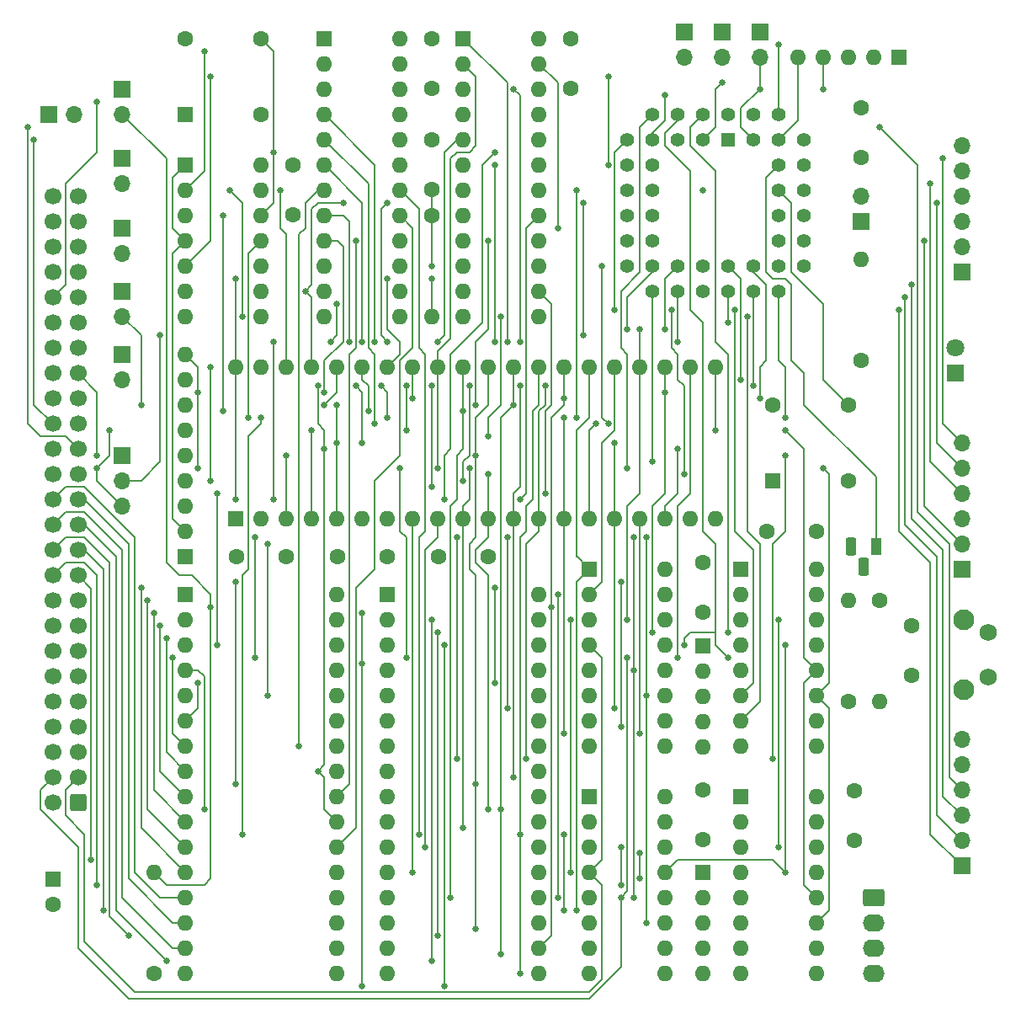
<source format=gtl>
G04 #@! TF.GenerationSoftware,KiCad,Pcbnew,6.0.4-6f826c9f35~116~ubuntu18.04.1*
G04 #@! TF.CreationDate,2023-06-15T13:07:36+01:00*
G04 #@! TF.ProjectId,sbc09,73626330-392e-46b6-9963-61645f706362,rev?*
G04 #@! TF.SameCoordinates,Original*
G04 #@! TF.FileFunction,Copper,L1,Top*
G04 #@! TF.FilePolarity,Positive*
%FSLAX46Y46*%
G04 Gerber Fmt 4.6, Leading zero omitted, Abs format (unit mm)*
G04 Created by KiCad (PCBNEW 6.0.4-6f826c9f35~116~ubuntu18.04.1) date 2023-06-15 13:07:36*
%MOMM*%
%LPD*%
G01*
G04 APERTURE LIST*
G04 Aperture macros list*
%AMRoundRect*
0 Rectangle with rounded corners*
0 $1 Rounding radius*
0 $2 $3 $4 $5 $6 $7 $8 $9 X,Y pos of 4 corners*
0 Add a 4 corners polygon primitive as box body*
4,1,4,$2,$3,$4,$5,$6,$7,$8,$9,$2,$3,0*
0 Add four circle primitives for the rounded corners*
1,1,$1+$1,$2,$3*
1,1,$1+$1,$4,$5*
1,1,$1+$1,$6,$7*
1,1,$1+$1,$8,$9*
0 Add four rect primitives between the rounded corners*
20,1,$1+$1,$2,$3,$4,$5,0*
20,1,$1+$1,$4,$5,$6,$7,0*
20,1,$1+$1,$6,$7,$8,$9,0*
20,1,$1+$1,$8,$9,$2,$3,0*%
G04 Aperture macros list end*
G04 #@! TA.AperFunction,ComponentPad*
%ADD10R,1.700000X1.700000*%
G04 #@! TD*
G04 #@! TA.AperFunction,ComponentPad*
%ADD11O,1.700000X1.700000*%
G04 #@! TD*
G04 #@! TA.AperFunction,ComponentPad*
%ADD12C,1.600000*%
G04 #@! TD*
G04 #@! TA.AperFunction,ComponentPad*
%ADD13O,1.600000X1.600000*%
G04 #@! TD*
G04 #@! TA.AperFunction,ComponentPad*
%ADD14R,1.600000X1.600000*%
G04 #@! TD*
G04 #@! TA.AperFunction,ComponentPad*
%ADD15RoundRect,0.250000X0.600000X0.600000X-0.600000X0.600000X-0.600000X-0.600000X0.600000X-0.600000X0*%
G04 #@! TD*
G04 #@! TA.AperFunction,ComponentPad*
%ADD16C,1.700000*%
G04 #@! TD*
G04 #@! TA.AperFunction,ComponentPad*
%ADD17RoundRect,0.250000X-0.845000X0.620000X-0.845000X-0.620000X0.845000X-0.620000X0.845000X0.620000X0*%
G04 #@! TD*
G04 #@! TA.AperFunction,ComponentPad*
%ADD18O,2.190000X1.740000*%
G04 #@! TD*
G04 #@! TA.AperFunction,ComponentPad*
%ADD19R,1.422400X1.422400*%
G04 #@! TD*
G04 #@! TA.AperFunction,ComponentPad*
%ADD20C,1.422400*%
G04 #@! TD*
G04 #@! TA.AperFunction,ComponentPad*
%ADD21R,1.800000X1.800000*%
G04 #@! TD*
G04 #@! TA.AperFunction,ComponentPad*
%ADD22C,1.800000*%
G04 #@! TD*
G04 #@! TA.AperFunction,ComponentPad*
%ADD23C,2.100000*%
G04 #@! TD*
G04 #@! TA.AperFunction,ComponentPad*
%ADD24C,1.750000*%
G04 #@! TD*
G04 #@! TA.AperFunction,ComponentPad*
%ADD25R,1.100000X1.800000*%
G04 #@! TD*
G04 #@! TA.AperFunction,ComponentPad*
%ADD26RoundRect,0.275000X0.275000X0.625000X-0.275000X0.625000X-0.275000X-0.625000X0.275000X-0.625000X0*%
G04 #@! TD*
G04 #@! TA.AperFunction,ViaPad*
%ADD27C,0.660400*%
G04 #@! TD*
G04 #@! TA.AperFunction,Conductor*
%ADD28C,0.203200*%
G04 #@! TD*
G04 APERTURE END LIST*
D10*
X107950000Y-53340000D03*
D11*
X107950000Y-55880000D03*
D10*
X100584000Y-55880000D03*
D11*
X103124000Y-55880000D03*
D12*
X182245000Y-80645000D03*
D13*
X182245000Y-70485000D03*
D14*
X154950008Y-101589992D03*
D13*
X154950008Y-104129992D03*
X154950008Y-106669992D03*
X154950008Y-109209992D03*
X154950008Y-111749992D03*
X154950008Y-114289992D03*
X154950008Y-116829992D03*
X154950008Y-119369992D03*
X162570008Y-119369992D03*
X162570008Y-116829992D03*
X162570008Y-114289992D03*
X162570008Y-111749992D03*
X162570008Y-109209992D03*
X162570008Y-106669992D03*
X162570008Y-104129992D03*
X162570008Y-101589992D03*
D12*
X139065000Y-48300000D03*
X139065000Y-53300000D03*
D10*
X107950000Y-67310000D03*
D11*
X107950000Y-69850000D03*
D15*
X103487500Y-125095000D03*
D16*
X100947500Y-125095000D03*
X103487500Y-122555000D03*
X100947500Y-122555000D03*
X103487500Y-120015000D03*
X100947500Y-120015000D03*
X103487500Y-117475000D03*
X100947500Y-117475000D03*
X103487500Y-114935000D03*
X100947500Y-114935000D03*
X103487500Y-112395000D03*
X100947500Y-112395000D03*
X103487500Y-109855000D03*
X100947500Y-109855000D03*
X103487500Y-107315000D03*
X100947500Y-107315000D03*
X103487500Y-104775000D03*
X100947500Y-104775000D03*
X103487500Y-102235000D03*
X100947500Y-102235000D03*
X103487500Y-99695000D03*
X100947500Y-99695000D03*
X103487500Y-97155000D03*
X100947500Y-97155000D03*
X103487500Y-94615000D03*
X100947500Y-94615000D03*
X103487500Y-92075000D03*
X100947500Y-92075000D03*
X103487500Y-89535000D03*
X100947500Y-89535000D03*
X103487500Y-86995000D03*
X100947500Y-86995000D03*
X103487500Y-84455000D03*
X100947500Y-84455000D03*
X103487500Y-81915000D03*
X100947500Y-81915000D03*
X103487500Y-79375000D03*
X100947500Y-79375000D03*
X103487500Y-76835000D03*
X100947500Y-76835000D03*
X103487500Y-74295000D03*
X100947500Y-74295000D03*
X103487500Y-71755000D03*
X100947500Y-71755000D03*
X103487500Y-69215000D03*
X100947500Y-69215000D03*
X103487500Y-66675000D03*
X100947500Y-66675000D03*
X103487500Y-64135000D03*
X100947500Y-64135000D03*
D12*
X144740000Y-100330000D03*
X139740000Y-100330000D03*
X180975000Y-114935000D03*
D13*
X180975000Y-104775000D03*
D10*
X107950000Y-73660000D03*
D11*
X107950000Y-76200000D03*
D10*
X172085000Y-47625000D03*
D11*
X172085000Y-50165000D03*
D17*
X183515000Y-134620000D03*
D18*
X183515000Y-137160000D03*
X183515000Y-139700000D03*
X183515000Y-142240000D03*
D14*
X166370000Y-132080000D03*
D13*
X166370000Y-134620000D03*
X166370000Y-137160000D03*
X166370000Y-139700000D03*
X166370000Y-142240000D03*
D14*
X114300000Y-60960000D03*
D13*
X114300000Y-63500000D03*
X114300000Y-66040000D03*
X114300000Y-68580000D03*
X114300000Y-71120000D03*
X114300000Y-73660000D03*
X114300000Y-76200000D03*
X121920000Y-76200000D03*
X121920000Y-73660000D03*
X121920000Y-71120000D03*
X121920000Y-68580000D03*
X121920000Y-66040000D03*
X121920000Y-63500000D03*
X121920000Y-60960000D03*
D14*
X119380000Y-96520000D03*
D13*
X121920000Y-96520000D03*
X124460000Y-96520000D03*
X127000000Y-96520000D03*
X129540000Y-96520000D03*
X132080000Y-96520000D03*
X134620000Y-96520000D03*
X137160000Y-96520000D03*
X139700000Y-96520000D03*
X142240000Y-96520000D03*
X144780000Y-96520000D03*
X147320000Y-96520000D03*
X149860000Y-96520000D03*
X152400000Y-96520000D03*
X154940000Y-96520000D03*
X157480000Y-96520000D03*
X160020000Y-96520000D03*
X162560000Y-96520000D03*
X165100000Y-96520000D03*
X167640000Y-96520000D03*
X167640000Y-81280000D03*
X165100000Y-81280000D03*
X162560000Y-81280000D03*
X160020000Y-81280000D03*
X157480000Y-81280000D03*
X154940000Y-81280000D03*
X152400000Y-81280000D03*
X149860000Y-81280000D03*
X147320000Y-81280000D03*
X144780000Y-81280000D03*
X142240000Y-81280000D03*
X139700000Y-81280000D03*
X137160000Y-81280000D03*
X134620000Y-81280000D03*
X132080000Y-81280000D03*
X129540000Y-81280000D03*
X127000000Y-81280000D03*
X124460000Y-81280000D03*
X121920000Y-81280000D03*
X119380000Y-81280000D03*
D14*
X128270000Y-48260000D03*
D13*
X128270000Y-50800000D03*
X128270000Y-53340000D03*
X128270000Y-55880000D03*
X128270000Y-58420000D03*
X128270000Y-60960000D03*
X128270000Y-63500000D03*
X128270000Y-66040000D03*
X128270000Y-68580000D03*
X128270000Y-71120000D03*
X128270000Y-73660000D03*
X128270000Y-76200000D03*
X135890000Y-76200000D03*
X135890000Y-73660000D03*
X135890000Y-71120000D03*
X135890000Y-68580000D03*
X135890000Y-66040000D03*
X135890000Y-63500000D03*
X135890000Y-60960000D03*
X135890000Y-58420000D03*
X135890000Y-55880000D03*
X135890000Y-53340000D03*
X135890000Y-50800000D03*
X135890000Y-48260000D03*
D12*
X153035000Y-48260000D03*
X153035000Y-53260000D03*
X187325000Y-107315000D03*
X187325000Y-112315000D03*
D19*
X168910000Y-58420000D03*
D20*
X166370000Y-55880000D03*
X166370000Y-58420000D03*
X163830000Y-55880000D03*
X163830000Y-58420000D03*
X161290000Y-55880000D03*
X158750000Y-58420000D03*
X161290000Y-58420000D03*
X158750000Y-60960000D03*
X161290000Y-60960000D03*
X158750000Y-63500000D03*
X161290000Y-63500000D03*
X158750000Y-66040000D03*
X161290000Y-66040000D03*
X158750000Y-68580000D03*
X161290000Y-68580000D03*
X158750000Y-71120000D03*
X161290000Y-73660000D03*
X161290000Y-71120000D03*
X163830000Y-73660000D03*
X163830000Y-71120000D03*
X166370000Y-73660000D03*
X166370000Y-71120000D03*
X168910000Y-73660000D03*
X168910000Y-71120000D03*
X171450000Y-73660000D03*
X171450000Y-71120000D03*
X173990000Y-73660000D03*
X176530000Y-71120000D03*
X173990000Y-71120000D03*
X176530000Y-68580000D03*
X173990000Y-68580000D03*
X176530000Y-66040000D03*
X173990000Y-66040000D03*
X176530000Y-63500000D03*
X173990000Y-63500000D03*
X176530000Y-60960000D03*
X173990000Y-60960000D03*
X176530000Y-58420000D03*
X173990000Y-55880000D03*
X173990000Y-58420000D03*
X171450000Y-55880000D03*
X171450000Y-58420000D03*
X168910000Y-55880000D03*
D10*
X192405000Y-101600000D03*
D11*
X192405000Y-99060000D03*
X192405000Y-96520000D03*
X192405000Y-93980000D03*
X192405000Y-91440000D03*
X192405000Y-88900000D03*
D10*
X107950000Y-60325000D03*
D11*
X107950000Y-62865000D03*
D14*
X114300000Y-100330000D03*
D13*
X114300000Y-97790000D03*
X114300000Y-95250000D03*
X114300000Y-92710000D03*
X114300000Y-90170000D03*
X114300000Y-87630000D03*
X114300000Y-85090000D03*
X114300000Y-82550000D03*
X114300000Y-80010000D03*
D14*
X114300000Y-55880000D03*
D12*
X121920000Y-55880000D03*
X121920000Y-48260000D03*
X114300000Y-48260000D03*
X111125000Y-142240000D03*
D13*
X111125000Y-132080000D03*
D21*
X191770000Y-81890000D03*
D22*
X191770000Y-79350000D03*
D12*
X182245000Y-55245000D03*
X182245000Y-60245000D03*
D23*
X192582000Y-106700000D03*
X192582000Y-113710000D03*
D24*
X195072000Y-107950000D03*
X195072000Y-112450000D03*
D10*
X107950000Y-80010000D03*
D11*
X107950000Y-82550000D03*
D14*
X186075000Y-50165000D03*
D13*
X183535000Y-50165000D03*
X180995000Y-50165000D03*
X178455000Y-50165000D03*
X175915000Y-50165000D03*
D12*
X177760000Y-97790000D03*
X172760000Y-97790000D03*
D14*
X166370000Y-109300000D03*
D13*
X166370000Y-111840000D03*
X166370000Y-114380000D03*
X166370000Y-116920000D03*
X166370000Y-119460000D03*
D14*
X154950008Y-124479990D03*
D13*
X154950008Y-127019990D03*
X154950008Y-129559990D03*
X154950008Y-132099990D03*
X154950008Y-134639990D03*
X154950008Y-137179990D03*
X154950008Y-139719990D03*
X154950008Y-142259990D03*
X162570008Y-142259990D03*
X162570008Y-139719990D03*
X162570008Y-137179990D03*
X162570008Y-134639990D03*
X162570008Y-132099990D03*
X162570008Y-129559990D03*
X162570008Y-127019990D03*
X162570008Y-124479990D03*
D14*
X170180000Y-124460000D03*
D13*
X170180000Y-127000000D03*
X170180000Y-129540000D03*
X170180000Y-132080000D03*
X170180000Y-134620000D03*
X170180000Y-137160000D03*
X170180000Y-139700000D03*
X170180000Y-142240000D03*
X177800000Y-142240000D03*
X177800000Y-139700000D03*
X177800000Y-137160000D03*
X177800000Y-134620000D03*
X177800000Y-132080000D03*
X177800000Y-129540000D03*
X177800000Y-127000000D03*
X177800000Y-124460000D03*
D12*
X134580000Y-100330000D03*
X129580000Y-100330000D03*
D10*
X107950000Y-90170000D03*
D11*
X107950000Y-92710000D03*
X107950000Y-95250000D03*
D25*
X183769000Y-99295000D03*
D26*
X182499000Y-101365000D03*
X181229000Y-99295000D03*
D10*
X192405000Y-131445000D03*
D11*
X192405000Y-128905000D03*
X192405000Y-126365000D03*
X192405000Y-123825000D03*
X192405000Y-121285000D03*
X192405000Y-118745000D03*
D12*
X125095000Y-61000000D03*
X125095000Y-66000000D03*
X184150000Y-104775000D03*
D13*
X184150000Y-114935000D03*
D12*
X181610000Y-123905000D03*
X181610000Y-128905000D03*
X166370000Y-123825000D03*
X166370000Y-128825000D03*
X166370000Y-100965000D03*
X166370000Y-105965000D03*
D14*
X100965000Y-132779888D03*
D12*
X100965000Y-135279888D03*
D14*
X142240000Y-48260000D03*
D13*
X142240000Y-50800000D03*
X142240000Y-53340000D03*
X142240000Y-55880000D03*
X142240000Y-58420000D03*
X142240000Y-60960000D03*
X142240000Y-63500000D03*
X142240000Y-66040000D03*
X142240000Y-68580000D03*
X142240000Y-71120000D03*
X142240000Y-73660000D03*
X142240000Y-76200000D03*
X149860000Y-76200000D03*
X149860000Y-73660000D03*
X149860000Y-71120000D03*
X149860000Y-68580000D03*
X149860000Y-66040000D03*
X149860000Y-63500000D03*
X149860000Y-60960000D03*
X149860000Y-58420000D03*
X149860000Y-55880000D03*
X149860000Y-53340000D03*
X149860000Y-50800000D03*
X149860000Y-48260000D03*
D12*
X124420000Y-100330000D03*
X119420000Y-100330000D03*
D10*
X168275000Y-47625000D03*
D11*
X168275000Y-50165000D03*
D14*
X173355000Y-92710000D03*
D12*
X180975000Y-92710000D03*
X180975000Y-85090000D03*
X173355000Y-85090000D03*
D14*
X134620000Y-104140000D03*
D13*
X134620000Y-106680000D03*
X134620000Y-109220000D03*
X134620000Y-111760000D03*
X134620000Y-114300000D03*
X134620000Y-116840000D03*
X134620000Y-119380000D03*
X134620000Y-121920000D03*
X134620000Y-124460000D03*
X134620000Y-127000000D03*
X134620000Y-129540000D03*
X134620000Y-132080000D03*
X134620000Y-134620000D03*
X134620000Y-137160000D03*
X134620000Y-139700000D03*
X134620000Y-142240000D03*
X149860000Y-142240000D03*
X149860000Y-139700000D03*
X149860000Y-137160000D03*
X149860000Y-134620000D03*
X149860000Y-132080000D03*
X149860000Y-129540000D03*
X149860000Y-127000000D03*
X149860000Y-124460000D03*
X149860000Y-121920000D03*
X149860000Y-119380000D03*
X149860000Y-116840000D03*
X149860000Y-114300000D03*
X149860000Y-111760000D03*
X149860000Y-109220000D03*
X149860000Y-106680000D03*
X149860000Y-104140000D03*
D10*
X164465000Y-47625000D03*
D11*
X164465000Y-50165000D03*
D12*
X139065000Y-63420000D03*
X139065000Y-58420000D03*
D14*
X170169992Y-101589992D03*
D13*
X170169992Y-104129992D03*
X170169992Y-106669992D03*
X170169992Y-109209992D03*
X170169992Y-111749992D03*
X170169992Y-114289992D03*
X170169992Y-116829992D03*
X170169992Y-119369992D03*
X177789992Y-119369992D03*
X177789992Y-116829992D03*
X177789992Y-114289992D03*
X177789992Y-111749992D03*
X177789992Y-109209992D03*
X177789992Y-106669992D03*
X177789992Y-104129992D03*
X177789992Y-101589992D03*
D14*
X114300000Y-104140000D03*
D13*
X114300000Y-106680000D03*
X114300000Y-109220000D03*
X114300000Y-111760000D03*
X114300000Y-114300000D03*
X114300000Y-116840000D03*
X114300000Y-119380000D03*
X114300000Y-121920000D03*
X114300000Y-124460000D03*
X114300000Y-127000000D03*
X114300000Y-129540000D03*
X114300000Y-132080000D03*
X114300000Y-134620000D03*
X114300000Y-137160000D03*
X114300000Y-139700000D03*
X114300000Y-142240000D03*
X129540000Y-142240000D03*
X129540000Y-139700000D03*
X129540000Y-137160000D03*
X129540000Y-134620000D03*
X129540000Y-132080000D03*
X129540000Y-129540000D03*
X129540000Y-127000000D03*
X129540000Y-124460000D03*
X129540000Y-121920000D03*
X129540000Y-119380000D03*
X129540000Y-116840000D03*
X129540000Y-114300000D03*
X129540000Y-111760000D03*
X129540000Y-109220000D03*
X129540000Y-106680000D03*
X129540000Y-104140000D03*
D12*
X139065000Y-66040000D03*
D13*
X139065000Y-76200000D03*
D10*
X192450000Y-71730000D03*
D11*
X192450000Y-69190000D03*
X192450000Y-66650000D03*
X192450000Y-64110000D03*
X192450000Y-61570000D03*
X192450000Y-59030000D03*
D10*
X182245000Y-66680000D03*
D11*
X182245000Y-64140000D03*
D27*
X166370000Y-63500000D03*
X132080000Y-88900000D03*
X157480000Y-115570000D03*
X132080000Y-78740000D03*
X131445000Y-83185000D03*
X157480000Y-88900000D03*
X162560000Y-53975000D03*
X188595000Y-68580000D03*
X189230000Y-62840000D03*
X189865000Y-64770000D03*
X190500000Y-60300000D03*
X184150000Y-57125000D03*
X187325000Y-73000000D03*
X186690000Y-74270000D03*
X186055000Y-75540000D03*
X120650000Y-86360000D03*
X117475000Y-109220000D03*
X117475000Y-93980000D03*
X140335000Y-143510000D03*
X140335000Y-109220000D03*
X123190000Y-59690000D03*
X127000000Y-87630000D03*
X106680000Y-87630000D03*
X105410000Y-91440000D03*
X129540000Y-88900000D03*
X144780000Y-68580000D03*
X143510000Y-85090000D03*
X129540000Y-85090000D03*
X118110000Y-85725000D03*
X132715000Y-85725000D03*
X118110000Y-66040000D03*
X99060000Y-58420000D03*
X115570000Y-91440000D03*
X115570000Y-83820000D03*
X156845000Y-52070000D03*
X156845000Y-60960000D03*
X135890000Y-91440000D03*
X136525000Y-110490000D03*
X139700000Y-91440000D03*
X124460000Y-90170000D03*
X105410000Y-90170000D03*
X116840000Y-92710000D03*
X116840000Y-81280000D03*
X123190000Y-94615000D03*
X128905000Y-78740000D03*
X123190000Y-78740000D03*
X129540000Y-74930000D03*
X130175000Y-64770000D03*
X126365000Y-73660000D03*
X119380000Y-72390000D03*
X119380000Y-94615000D03*
X139065000Y-72390000D03*
X134620000Y-72390000D03*
X173990000Y-48895000D03*
X168275000Y-52705000D03*
X172085000Y-53340000D03*
X178435000Y-53340000D03*
X137160000Y-84455000D03*
X128270000Y-85090000D03*
X109855000Y-85090000D03*
X123825000Y-63500000D03*
X139700000Y-138430000D03*
X139700000Y-107950000D03*
X105410000Y-54610000D03*
X132080000Y-143510000D03*
X121285000Y-98425000D03*
X132080000Y-106045000D03*
X132080000Y-111125000D03*
X121285000Y-110490000D03*
X98425000Y-57150000D03*
X169545000Y-75565000D03*
X170815000Y-76200000D03*
X144780000Y-88265000D03*
X146050000Y-76200000D03*
X173355000Y-120650000D03*
X174625000Y-90170000D03*
X158115000Y-102870000D03*
X158115000Y-117475000D03*
X139065000Y-140970000D03*
X139065000Y-106680000D03*
X146685000Y-78740000D03*
X112395000Y-108585000D03*
X147955000Y-83185000D03*
X147320000Y-122555000D03*
X147955000Y-78740000D03*
X150495000Y-83185000D03*
X148590000Y-120650000D03*
X147320000Y-53340000D03*
X113030000Y-110490000D03*
X167640000Y-87630000D03*
X134620000Y-64770000D03*
X136525000Y-87630000D03*
X136525000Y-83185000D03*
X120015000Y-128270000D03*
X134620000Y-78740000D03*
X121920000Y-86360000D03*
X122555000Y-99060000D03*
X122555000Y-114300000D03*
X151765000Y-67310000D03*
X153670000Y-63500000D03*
X153670000Y-86360000D03*
X174625000Y-87630000D03*
X147955000Y-94615000D03*
X159385000Y-111760000D03*
X159385000Y-134620000D03*
X159385000Y-98425000D03*
X131445000Y-68580000D03*
X168910000Y-76835000D03*
X111760000Y-78105000D03*
X116840000Y-52070000D03*
X116205000Y-49530000D03*
X133985000Y-83185000D03*
X133350000Y-78740000D03*
X152400000Y-118110000D03*
X152400000Y-86360000D03*
X134620000Y-86360000D03*
X115570000Y-113030000D03*
X146685000Y-98425000D03*
X146685000Y-115570000D03*
X133350000Y-86995000D03*
X155575000Y-86995000D03*
X160020000Y-118110000D03*
X125730000Y-119380000D03*
X127635000Y-121920000D03*
X128270000Y-89535000D03*
X130810000Y-78740000D03*
X127635000Y-83185000D03*
X163830000Y-89535000D03*
X139065000Y-93345000D03*
X119380000Y-102870000D03*
X139700000Y-78740000D03*
X139065000Y-83185000D03*
X119380000Y-123190000D03*
X145415000Y-60960000D03*
X142875000Y-83185000D03*
X116205000Y-125730000D03*
X145415000Y-103505000D03*
X142240000Y-92710000D03*
X145415000Y-78740000D03*
X145415000Y-113030000D03*
X154305000Y-78105000D03*
X154305000Y-64770000D03*
X158115000Y-134620000D03*
X158750000Y-110490000D03*
X163830000Y-110490000D03*
X162560000Y-83820000D03*
X161290000Y-107950000D03*
X128270000Y-83820000D03*
X156845000Y-86995000D03*
X178435000Y-91440000D03*
X156210000Y-71120000D03*
X160655000Y-98425000D03*
X160655000Y-114300000D03*
X150495000Y-93980000D03*
X160655000Y-137160000D03*
X137795000Y-128270000D03*
X168910000Y-107950000D03*
X158115000Y-133350000D03*
X158115000Y-129540000D03*
X173990000Y-129540000D03*
X173990000Y-106680000D03*
X109855000Y-103505000D03*
X137160000Y-132080000D03*
X160020000Y-132715000D03*
X168910000Y-110490000D03*
X174625000Y-132080000D03*
X138430000Y-129540000D03*
X160020000Y-130175000D03*
X164465000Y-109220000D03*
X174625000Y-109220000D03*
X110490000Y-104775000D03*
X158750000Y-91440000D03*
X142240000Y-127635000D03*
X142875000Y-91440000D03*
X111125000Y-106045000D03*
X164465000Y-92075000D03*
X163195000Y-75565000D03*
X157480000Y-75565000D03*
X144780000Y-125730000D03*
X144780000Y-92075000D03*
X111760000Y-107315000D03*
X153035000Y-106680000D03*
X153035000Y-132080000D03*
X104775000Y-130810000D03*
X158750000Y-106680000D03*
X160020000Y-77470000D03*
X162560000Y-77470000D03*
X151765000Y-134620000D03*
X170180000Y-82550000D03*
X105410000Y-133350000D03*
X151765000Y-104140000D03*
X153670000Y-135890000D03*
X163830000Y-78740000D03*
X106045000Y-135890000D03*
X152400000Y-84455000D03*
X171450000Y-83185000D03*
X108585000Y-138430000D03*
X151130000Y-105410000D03*
X112395000Y-140970000D03*
X158750000Y-77470000D03*
X147955000Y-142240000D03*
X147955000Y-128270000D03*
X146050000Y-140335000D03*
X146050000Y-125730000D03*
X172085000Y-84455000D03*
X147320000Y-85090000D03*
X143510000Y-90170000D03*
X143510000Y-137795000D03*
X143510000Y-123190000D03*
X161290000Y-90805000D03*
X152400000Y-135890000D03*
X174625000Y-86360000D03*
X152400000Y-128270000D03*
X140970000Y-134620000D03*
X142240000Y-85725000D03*
X145415000Y-59690000D03*
X141605000Y-98425000D03*
X141605000Y-120650000D03*
X140335000Y-94615000D03*
X120015000Y-76200000D03*
X118745000Y-63500000D03*
X116840000Y-105410000D03*
X139065000Y-71120000D03*
D28*
X131445000Y-83185000D02*
X132080000Y-83820000D01*
X132080000Y-83820000D02*
X132080000Y-88900000D01*
X157480000Y-88900000D02*
X157480000Y-96520000D01*
X157480000Y-96520000D02*
X157480000Y-115570000D01*
X132080000Y-64770000D02*
X128310000Y-61000000D01*
X132080000Y-78740000D02*
X132080000Y-64770000D01*
X162560000Y-53975000D02*
X162560000Y-56515000D01*
X161290000Y-57785000D02*
X162560000Y-56515000D01*
X161290000Y-58420000D02*
X161290000Y-57785000D01*
X188595000Y-68580000D02*
X188595000Y-95250000D01*
X188595000Y-95250000D02*
X192405000Y-99060000D01*
X189230000Y-90805000D02*
X189230000Y-62840000D01*
X192405000Y-93980000D02*
X189230000Y-90805000D01*
X189865000Y-88900000D02*
X192405000Y-91440000D01*
X189865000Y-64770000D02*
X189865000Y-88900000D01*
X190500000Y-86995000D02*
X192405000Y-88900000D01*
X190500000Y-60300000D02*
X190500000Y-86995000D01*
X184150000Y-57125000D02*
X187960000Y-60935000D01*
X191135000Y-122555000D02*
X192405000Y-123825000D01*
X191135000Y-99060000D02*
X191135000Y-122555000D01*
X187960000Y-60960000D02*
X187960000Y-95885000D01*
X187960000Y-95885000D02*
X191135000Y-99060000D01*
X187325000Y-96520000D02*
X190500000Y-99695000D01*
X187325000Y-73000000D02*
X187325000Y-96520000D01*
X190500000Y-124460000D02*
X192405000Y-126365000D01*
X190500000Y-99695000D02*
X190500000Y-124460000D01*
X186690000Y-97155000D02*
X189865000Y-100330000D01*
X189865000Y-126365000D02*
X192405000Y-128905000D01*
X189865000Y-100330000D02*
X189865000Y-126365000D01*
X186690000Y-74270000D02*
X186690000Y-97155000D01*
X189230000Y-128270000D02*
X192405000Y-131445000D01*
X186055000Y-97790000D02*
X189230000Y-100965000D01*
X189230000Y-100965000D02*
X189230000Y-128270000D01*
X186055000Y-75540000D02*
X186055000Y-97790000D01*
X120650000Y-86360000D02*
X120650000Y-69860000D01*
X120650000Y-69860000D02*
X121930000Y-68580000D01*
X140335000Y-143510000D02*
X140335000Y-109220000D01*
X117475000Y-109220000D02*
X117475000Y-93980000D01*
X123190000Y-49530000D02*
X121920000Y-48260000D01*
X123190000Y-59690000D02*
X123190000Y-64780000D01*
X123190000Y-49530000D02*
X123190000Y-59690000D01*
X123190000Y-64780000D02*
X121930000Y-66040000D01*
X137160000Y-79375000D02*
X137160000Y-67310000D01*
X129540000Y-129540000D02*
X131445000Y-127635000D01*
X135890000Y-90170000D02*
X135890000Y-80645000D01*
X131445000Y-103505000D02*
X133350000Y-101600000D01*
X137160000Y-67310000D02*
X135930000Y-66080000D01*
X133350000Y-92710000D02*
X135890000Y-90170000D01*
X133350000Y-101600000D02*
X133350000Y-92710000D01*
X131445000Y-127635000D02*
X131445000Y-103505000D01*
X135890000Y-80645000D02*
X137160000Y-79375000D01*
X105410000Y-91440000D02*
X105410000Y-92710000D01*
X105410000Y-92710000D02*
X107950000Y-95250000D01*
X106680000Y-90170000D02*
X106680000Y-87630000D01*
X127000000Y-87630000D02*
X127000000Y-96520000D01*
X105410000Y-91440000D02*
X106680000Y-90170000D01*
X129540000Y-96520000D02*
X129540000Y-88900000D01*
X143510000Y-78740000D02*
X143510000Y-85090000D01*
X144780000Y-68580000D02*
X144780000Y-77470000D01*
X144780000Y-77470000D02*
X143510000Y-78740000D01*
X129540000Y-85090000D02*
X129540000Y-88900000D01*
X118110000Y-85725000D02*
X118110000Y-66040000D01*
X132080000Y-82550000D02*
X132080000Y-81915000D01*
X132715000Y-85725000D02*
X132715000Y-83185000D01*
X132715000Y-83185000D02*
X132080000Y-82550000D01*
X99060000Y-58420000D02*
X99060000Y-85107500D01*
X99060000Y-85107500D02*
X100947500Y-86995000D01*
X142240000Y-50800000D02*
X143510000Y-52070000D01*
X141605000Y-59690000D02*
X140970000Y-60325000D01*
X139700000Y-79692500D02*
X140970000Y-78422500D01*
X115570000Y-83820000D02*
X115570000Y-81280000D01*
X115570000Y-91440000D02*
X115570000Y-83820000D01*
X143510000Y-52070000D02*
X143510000Y-59055000D01*
X143510000Y-59055000D02*
X142875000Y-59690000D01*
X135890000Y-97790000D02*
X135890000Y-91440000D01*
X142875000Y-59690000D02*
X141605000Y-59690000D01*
X136525000Y-110490000D02*
X136525000Y-98425000D01*
X136525000Y-98425000D02*
X135890000Y-97790000D01*
X156845000Y-60960000D02*
X156845000Y-52070000D01*
X139700000Y-91440000D02*
X139700000Y-81280000D01*
X140970000Y-78422500D02*
X140970000Y-60325000D01*
X115570000Y-81280000D02*
X114300000Y-80010000D01*
X139700000Y-81280000D02*
X139700000Y-79692500D01*
X103487500Y-81915000D02*
X105410000Y-83837500D01*
X105410000Y-83837500D02*
X105410000Y-90170000D01*
X124460000Y-90170000D02*
X124460000Y-96520000D01*
X116840000Y-92710000D02*
X116840000Y-81280000D01*
X123190000Y-94615000D02*
X123190000Y-78740000D01*
X128905000Y-78740000D02*
X129540000Y-78105000D01*
X129540000Y-78105000D02*
X129540000Y-74930000D01*
X130175000Y-64770000D02*
X127635000Y-64770000D01*
X127000000Y-74295000D02*
X127000000Y-81280000D01*
X173990000Y-60960000D02*
X172720000Y-62230000D01*
X173355000Y-72390000D02*
X174625000Y-72390000D01*
X172720000Y-71755000D02*
X173355000Y-72390000D01*
X126365000Y-73660000D02*
X127000000Y-74295000D01*
X172720000Y-62230000D02*
X172720000Y-71755000D01*
X175260000Y-73025000D02*
X175260000Y-80645000D01*
X183769000Y-92329000D02*
X183769000Y-99695000D01*
X174625000Y-72390000D02*
X175260000Y-73025000D01*
X175260000Y-80645000D02*
X176530000Y-81915000D01*
X127000000Y-65405000D02*
X127000000Y-73025000D01*
X127000000Y-73025000D02*
X126365000Y-73660000D01*
X176530000Y-81915000D02*
X176530000Y-85090000D01*
X127635000Y-64770000D02*
X127000000Y-65405000D01*
X176530000Y-85090000D02*
X183769000Y-92329000D01*
X119380000Y-81280000D02*
X119380000Y-72390000D01*
X119380000Y-94615000D02*
X119380000Y-81280000D01*
X135890000Y-78740000D02*
X135890000Y-80010000D01*
X134620000Y-72390000D02*
X134620000Y-77470000D01*
X139065000Y-72390000D02*
X139065000Y-76200000D01*
X134620000Y-77470000D02*
X135890000Y-78740000D01*
X135890000Y-80010000D02*
X134620000Y-81280000D01*
X173990000Y-55880000D02*
X173990000Y-48895000D01*
X166370000Y-58420000D02*
X167640000Y-57150000D01*
X167640000Y-57150000D02*
X167640000Y-53340000D01*
X167640000Y-53340000D02*
X168275000Y-52705000D01*
X171450000Y-58420000D02*
X170180000Y-57150000D01*
X170180000Y-55245000D02*
X172085000Y-53340000D01*
X172085000Y-50165000D02*
X172085000Y-53340000D01*
X170180000Y-57150000D02*
X170180000Y-55245000D01*
X178435000Y-53340000D02*
X178435000Y-50185000D01*
X137160000Y-81280000D02*
X137160000Y-84455000D01*
X109855000Y-78105000D02*
X107950000Y-76200000D01*
X128270000Y-85090000D02*
X129540000Y-83820000D01*
X129540000Y-83820000D02*
X129540000Y-81280000D01*
X109855000Y-85090000D02*
X109855000Y-78105000D01*
X123825000Y-67310000D02*
X124460000Y-67945000D01*
X124460000Y-67945000D02*
X124460000Y-81280000D01*
X123825000Y-63500000D02*
X123825000Y-67310000D01*
X139700000Y-138430000D02*
X139700000Y-107950000D01*
X102235000Y-62865000D02*
X105410000Y-59690000D01*
X121285000Y-98425000D02*
X121285000Y-110490000D01*
X105410000Y-59690000D02*
X105410000Y-54610000D01*
X102235000Y-73025000D02*
X102235000Y-62865000D01*
X132080000Y-143510000D02*
X132080000Y-111125000D01*
X132080000Y-111125000D02*
X132080000Y-106045000D01*
X100965000Y-74295000D02*
X102235000Y-73025000D01*
X102217500Y-88265000D02*
X103487500Y-89535000D01*
X98425000Y-86995000D02*
X99695000Y-88265000D01*
X99695000Y-88265000D02*
X102217500Y-88265000D01*
X98425000Y-57150000D02*
X98425000Y-86995000D01*
X113030000Y-96520000D02*
X113030000Y-69860000D01*
X114300000Y-97790000D02*
X113030000Y-96520000D01*
X113030000Y-69860000D02*
X114310000Y-68580000D01*
X113030000Y-67300000D02*
X114310000Y-68580000D01*
X114300000Y-60960000D02*
X113030000Y-62230000D01*
X113030000Y-62230000D02*
X113030000Y-67300000D01*
X169545000Y-75565000D02*
X169545000Y-97790000D01*
X169545000Y-97790000D02*
X171450000Y-99695000D01*
X171450000Y-113030000D02*
X170190000Y-114290000D01*
X171450000Y-99695000D02*
X171450000Y-113030000D01*
X170815000Y-97790000D02*
X172085000Y-99060000D01*
X172085000Y-114935000D02*
X172065000Y-114935000D01*
X170815000Y-76200000D02*
X170815000Y-97790000D01*
X172085000Y-99060000D02*
X172085000Y-114935000D01*
X172065000Y-114935000D02*
X170170000Y-116830000D01*
X146050000Y-76200000D02*
X146050000Y-85090000D01*
X144780000Y-86360000D02*
X144780000Y-88265000D01*
X174625000Y-97790000D02*
X173355000Y-99060000D01*
X173355000Y-99060000D02*
X173355000Y-120650000D01*
X174625000Y-90170000D02*
X174625000Y-97790000D01*
X146050000Y-85090000D02*
X144780000Y-86360000D01*
X158115000Y-117475000D02*
X158115000Y-102870000D01*
X139065000Y-140970000D02*
X139065000Y-106680000D01*
X146685000Y-52705000D02*
X142240000Y-48260000D01*
X147955000Y-83185000D02*
X147955000Y-93345000D01*
X147955000Y-93345000D02*
X147320000Y-93980000D01*
X112395000Y-108585000D02*
X112395000Y-120015000D01*
X147320000Y-96520000D02*
X147320000Y-122555000D01*
X146685000Y-78740000D02*
X146685000Y-52705000D01*
X112395000Y-120015000D02*
X114300000Y-121920000D01*
X147320000Y-93980000D02*
X147320000Y-96520000D01*
X149860000Y-96520000D02*
X149860000Y-85725000D01*
X113030000Y-118110000D02*
X114300000Y-119380000D01*
X148590000Y-99060000D02*
X148590000Y-120650000D01*
X113030000Y-110490000D02*
X113030000Y-118110000D01*
X150495000Y-85090000D02*
X150495000Y-83185000D01*
X149860000Y-96520000D02*
X149860000Y-97790000D01*
X149860000Y-97790000D02*
X148590000Y-99060000D01*
X147955000Y-53975000D02*
X147955000Y-78740000D01*
X147320000Y-53340000D02*
X147955000Y-53975000D01*
X149860000Y-85725000D02*
X150495000Y-85090000D01*
X133985000Y-78105000D02*
X133985000Y-65405000D01*
X121920000Y-86995000D02*
X120650000Y-88265000D01*
X120015000Y-128270000D02*
X120015000Y-102235000D01*
X120650000Y-101600000D02*
X120650000Y-88265000D01*
X121920000Y-86360000D02*
X121920000Y-86995000D01*
X136525000Y-83185000D02*
X136525000Y-87630000D01*
X134620000Y-78740000D02*
X133985000Y-78105000D01*
X167640000Y-81280000D02*
X167640000Y-87630000D01*
X133985000Y-65405000D02*
X134620000Y-64770000D01*
X120015000Y-102235000D02*
X120650000Y-101600000D01*
X149860000Y-50800000D02*
X151765000Y-52705000D01*
X151765000Y-52705000D02*
X151765000Y-67310000D01*
X122555000Y-99060000D02*
X122555000Y-114300000D01*
X176530000Y-89535000D02*
X176530000Y-110490000D01*
X176530000Y-110490000D02*
X177790000Y-111750000D01*
X176530000Y-133350000D02*
X177800000Y-134620000D01*
X153670000Y-86360000D02*
X153670000Y-63500000D01*
X174625000Y-87630000D02*
X176530000Y-89535000D01*
X176530000Y-113010000D02*
X176530000Y-133350000D01*
X177790000Y-111750000D02*
X176530000Y-113010000D01*
X159385000Y-134620000D02*
X159385000Y-111760000D01*
X148590000Y-93980000D02*
X148590000Y-67310000D01*
X148590000Y-67310000D02*
X149860000Y-66040000D01*
X147955000Y-94615000D02*
X148590000Y-93980000D01*
X159385000Y-111760000D02*
X159385000Y-98425000D01*
X131445000Y-79375000D02*
X130810000Y-80010000D01*
X130810000Y-123190000D02*
X129540000Y-124460000D01*
X130810000Y-80010000D02*
X130810000Y-123190000D01*
X131445000Y-68580000D02*
X131445000Y-79375000D01*
X107950000Y-92710000D02*
X109855000Y-92710000D01*
X109855000Y-92710000D02*
X111760000Y-90805000D01*
X111760000Y-78105000D02*
X111760000Y-90805000D01*
X168910000Y-73660000D02*
X168910000Y-76835000D01*
X116840000Y-68590000D02*
X114310000Y-71120000D01*
X116840000Y-52070000D02*
X116840000Y-68590000D01*
X116205000Y-61605000D02*
X114310000Y-63500000D01*
X116205000Y-49530000D02*
X116205000Y-61605000D01*
X152400000Y-86360000D02*
X152400000Y-96520000D01*
X134620000Y-86360000D02*
X134620000Y-83820000D01*
X152400000Y-118110000D02*
X152400000Y-96520000D01*
X134620000Y-83820000D02*
X133985000Y-83185000D01*
X133350000Y-60960000D02*
X128310000Y-55920000D01*
X115570000Y-115570000D02*
X114300000Y-116840000D01*
X133350000Y-78740000D02*
X133350000Y-60960000D01*
X115570000Y-113030000D02*
X115570000Y-115570000D01*
X154940000Y-87630000D02*
X154940000Y-96520000D01*
X132715000Y-62865000D02*
X128270000Y-58420000D01*
X133350000Y-80010000D02*
X132715000Y-79375000D01*
X132715000Y-79375000D02*
X132715000Y-62865000D01*
X155575000Y-86995000D02*
X154940000Y-87630000D01*
X133350000Y-86995000D02*
X133350000Y-80010000D01*
X146685000Y-115570000D02*
X146685000Y-98425000D01*
X160020000Y-96520000D02*
X160020000Y-118110000D01*
X126365000Y-64770000D02*
X126365000Y-67310000D01*
X127635000Y-63500000D02*
X126365000Y-64770000D01*
X126365000Y-67310000D02*
X125730000Y-67945000D01*
X125730000Y-67945000D02*
X125730000Y-119380000D01*
X127635000Y-83185000D02*
X127635000Y-86995000D01*
X128270000Y-87630000D02*
X128270000Y-89535000D01*
X130810000Y-66675000D02*
X130175000Y-66040000D01*
X163830000Y-89535000D02*
X163830000Y-93980000D01*
X130135000Y-66080000D02*
X128270000Y-66080000D01*
X128270000Y-122555000D02*
X128270000Y-125730000D01*
X127635000Y-86995000D02*
X128270000Y-87630000D01*
X128270000Y-125730000D02*
X129540000Y-127000000D01*
X127635000Y-121920000D02*
X128270000Y-122555000D01*
X163830000Y-93980000D02*
X162560000Y-95250000D01*
X162560000Y-95250000D02*
X162560000Y-96520000D01*
X130810000Y-78740000D02*
X130810000Y-66675000D01*
X130175000Y-66040000D02*
X130135000Y-66080000D01*
X128270000Y-121285000D02*
X128270000Y-89535000D01*
X127635000Y-121920000D02*
X128270000Y-121285000D01*
X119380000Y-102870000D02*
X119380000Y-123190000D01*
X140335000Y-59690000D02*
X141605000Y-58420000D01*
X140335000Y-78105000D02*
X140335000Y-59690000D01*
X139065000Y-93345000D02*
X139065000Y-83185000D01*
X139700000Y-78740000D02*
X140335000Y-78105000D01*
X142240000Y-90805000D02*
X142240000Y-92710000D01*
X115570000Y-111760000D02*
X116205000Y-112395000D01*
X145415000Y-78740000D02*
X145415000Y-60960000D01*
X145415000Y-103505000D02*
X145415000Y-113030000D01*
X116205000Y-125730000D02*
X116205000Y-112395000D01*
X114300000Y-111760000D02*
X115570000Y-111760000D01*
X142875000Y-90170000D02*
X142240000Y-90805000D01*
X142875000Y-83185000D02*
X142875000Y-90170000D01*
X158115000Y-141605000D02*
X158115000Y-134620000D01*
X103505000Y-129540000D02*
X103505000Y-139700000D01*
X158750000Y-133985000D02*
X158750000Y-110490000D01*
X100947500Y-122572500D02*
X99695000Y-123825000D01*
X163830000Y-95250000D02*
X163830000Y-110490000D01*
X103505000Y-139700000D02*
X108585000Y-144780000D01*
X99695000Y-125730000D02*
X103505000Y-129540000D01*
X154305000Y-78105000D02*
X154305000Y-64770000D01*
X158115000Y-134620000D02*
X158750000Y-133985000D01*
X165100000Y-93980000D02*
X163830000Y-95250000D01*
X165100000Y-81290000D02*
X165100000Y-93980000D01*
X99695000Y-123825000D02*
X99695000Y-125730000D01*
X154940000Y-144780000D02*
X158115000Y-141605000D01*
X108585000Y-144780000D02*
X154940000Y-144780000D01*
X161290000Y-95250000D02*
X161290000Y-107950000D01*
X156210000Y-142875000D02*
X154940000Y-144145000D01*
X102870000Y-123190000D02*
X102870000Y-122555000D01*
X162560000Y-93980000D02*
X161290000Y-95250000D01*
X156210000Y-133360000D02*
X156210000Y-142875000D01*
X128270000Y-83820000D02*
X128270000Y-80645000D01*
X109220000Y-144145000D02*
X104140000Y-139065000D01*
X156210000Y-110470000D02*
X154950000Y-109210000D01*
X156210000Y-130810000D02*
X156210000Y-110470000D01*
X104140000Y-139065000D02*
X104140000Y-128270000D01*
X154940000Y-144145000D02*
X109220000Y-144145000D01*
X130175000Y-69215000D02*
X129580000Y-68620000D01*
X104140000Y-128270000D02*
X102235000Y-126365000D01*
X102235000Y-123825000D02*
X102870000Y-123190000D01*
X154950000Y-132070000D02*
X156210000Y-130810000D01*
X162560000Y-81290000D02*
X162560000Y-93980000D01*
X128270000Y-80645000D02*
X130175000Y-78740000D01*
X130175000Y-78740000D02*
X130175000Y-69215000D01*
X102235000Y-126365000D02*
X102235000Y-123825000D01*
X129580000Y-68620000D02*
X128270000Y-68620000D01*
X154950000Y-132100000D02*
X156210000Y-133360000D01*
X179070000Y-135890000D02*
X177800000Y-137160000D01*
X156210000Y-86360000D02*
X156210000Y-71120000D01*
X179070000Y-113010000D02*
X177790000Y-114290000D01*
X178435000Y-91440000D02*
X179070000Y-92075000D01*
X177790000Y-114290000D02*
X179070000Y-115570000D01*
X156845000Y-86995000D02*
X156210000Y-86360000D01*
X179070000Y-115570000D02*
X179070000Y-135890000D01*
X179070000Y-92075000D02*
X179070000Y-113010000D01*
X150495000Y-93980000D02*
X150495000Y-85725000D01*
X151130000Y-85090000D02*
X151130000Y-74930000D01*
X150495000Y-85725000D02*
X151130000Y-85090000D01*
X160655000Y-98425000D02*
X160655000Y-114300000D01*
X160655000Y-137160000D02*
X160655000Y-114300000D01*
X151130000Y-74930000D02*
X149860000Y-73660000D01*
X137795000Y-98425000D02*
X138430000Y-97790000D01*
X138430000Y-97790000D02*
X138430000Y-80010000D01*
X138430000Y-80010000D02*
X137795000Y-79375000D01*
X137795000Y-128270000D02*
X137795000Y-98425000D01*
X137795000Y-65405000D02*
X135930000Y-63540000D01*
X137795000Y-79375000D02*
X137795000Y-65405000D01*
X158115000Y-129540000D02*
X158115000Y-133350000D01*
X168910000Y-80010000D02*
X167640000Y-78740000D01*
X168910000Y-107950000D02*
X168910000Y-80010000D01*
X173990000Y-106680000D02*
X173990000Y-129540000D01*
X137160000Y-132080000D02*
X137160000Y-96520000D01*
X167640000Y-78740000D02*
X167640000Y-61595000D01*
X109855000Y-127635000D02*
X114300000Y-132080000D01*
X165100000Y-59055000D02*
X167640000Y-61595000D01*
X165100000Y-57150000D02*
X165100000Y-59055000D01*
X166370000Y-55880000D02*
X165100000Y-57150000D01*
X109855000Y-103505000D02*
X109855000Y-127635000D01*
X163830000Y-130840000D02*
X163830000Y-130810000D01*
X162570000Y-132100000D02*
X163830000Y-130840000D01*
X164465000Y-108585000D02*
X165100000Y-107950000D01*
X138430000Y-99695000D02*
X139700000Y-98425000D01*
X139700000Y-98425000D02*
X139700000Y-96520000D01*
X163830000Y-55880000D02*
X163830000Y-56515000D01*
X167640000Y-99060000D02*
X167640000Y-109220000D01*
X173355000Y-130810000D02*
X174625000Y-132080000D01*
X165100000Y-75565000D02*
X166370000Y-76835000D01*
X163830000Y-130810000D02*
X173355000Y-130810000D01*
X138430000Y-129540000D02*
X138430000Y-99695000D01*
X160020000Y-130175000D02*
X160020000Y-132715000D01*
X166370000Y-97790000D02*
X167640000Y-99060000D01*
X165100000Y-107950000D02*
X167640000Y-107950000D01*
X167640000Y-109220000D02*
X168910000Y-110490000D01*
X165100000Y-61595000D02*
X165100000Y-75565000D01*
X110490000Y-125730000D02*
X114300000Y-129540000D01*
X166370000Y-76835000D02*
X166370000Y-97790000D01*
X163830000Y-56515000D02*
X162560000Y-57785000D01*
X162560000Y-59055000D02*
X165100000Y-61595000D01*
X162560000Y-57785000D02*
X162560000Y-59055000D01*
X110490000Y-104775000D02*
X110490000Y-125730000D01*
X174625000Y-132080000D02*
X174625000Y-109220000D01*
X164465000Y-109220000D02*
X164465000Y-108585000D01*
X142875000Y-91440000D02*
X142875000Y-94615000D01*
X111125000Y-106045000D02*
X111125000Y-123825000D01*
X158750000Y-80010000D02*
X158115000Y-79375000D01*
X160020000Y-57150000D02*
X161290000Y-55880000D01*
X158115000Y-73660000D02*
X160020000Y-71755000D01*
X158115000Y-79375000D02*
X158115000Y-73660000D01*
X158750000Y-91440000D02*
X158750000Y-80010000D01*
X142240000Y-96520000D02*
X142240000Y-127635000D01*
X142875000Y-94615000D02*
X142240000Y-95250000D01*
X142240000Y-95250000D02*
X142240000Y-96520000D01*
X160020000Y-71755000D02*
X160020000Y-57150000D01*
X111125000Y-123825000D02*
X114300000Y-127000000D01*
X157480000Y-75565000D02*
X157480000Y-59690000D01*
X144780000Y-96520000D02*
X144780000Y-98425000D01*
X163195000Y-75565000D02*
X163195000Y-79375000D01*
X157480000Y-59690000D02*
X158750000Y-58420000D01*
X143510000Y-99695000D02*
X143510000Y-100965000D01*
X111760000Y-121920000D02*
X114300000Y-124460000D01*
X144780000Y-102235000D02*
X144780000Y-125730000D01*
X143510000Y-100965000D02*
X144780000Y-102235000D01*
X111760000Y-107315000D02*
X111760000Y-121920000D01*
X144780000Y-98425000D02*
X143510000Y-99695000D01*
X144780000Y-96520000D02*
X144780000Y-92075000D01*
X163830000Y-80010000D02*
X163830000Y-82550000D01*
X163195000Y-79375000D02*
X163830000Y-80010000D01*
X163830000Y-82550000D02*
X164465000Y-83185000D01*
X164465000Y-83185000D02*
X164465000Y-92075000D01*
X104775000Y-103522500D02*
X103487500Y-102235000D01*
X162560000Y-77470000D02*
X162560000Y-72390000D01*
X160020000Y-81280000D02*
X160020000Y-77470000D01*
X162560000Y-72390000D02*
X163830000Y-71120000D01*
X160020000Y-93980000D02*
X160020000Y-81280000D01*
X158750000Y-106680000D02*
X158750000Y-95250000D01*
X104775000Y-130810000D02*
X104775000Y-103522500D01*
X153035000Y-132080000D02*
X153035000Y-106680000D01*
X158750000Y-95250000D02*
X160020000Y-93980000D01*
X156210000Y-88900000D02*
X157485000Y-87625000D01*
X105410000Y-102235000D02*
X105410000Y-133350000D01*
X151765000Y-134620000D02*
X151765000Y-104140000D01*
X100965000Y-102235000D02*
X102235000Y-100965000D01*
X102235000Y-100965000D02*
X104140000Y-100965000D01*
X170180000Y-72390000D02*
X168910000Y-71120000D01*
X156210000Y-102870000D02*
X156210000Y-88900000D01*
X154950000Y-104130000D02*
X156210000Y-102870000D01*
X157485000Y-87625000D02*
X157485000Y-81285000D01*
X170180000Y-82550000D02*
X170180000Y-72390000D01*
X104140000Y-100965000D02*
X105410000Y-102235000D01*
X153670000Y-100330000D02*
X153690000Y-100330000D01*
X106045000Y-101600000D02*
X106045000Y-135890000D01*
X163830000Y-78740000D02*
X163830000Y-73660000D01*
X154950000Y-101590000D02*
X153670000Y-102870000D01*
X153690000Y-100330000D02*
X154950000Y-101590000D01*
X154940000Y-86360000D02*
X153670000Y-87630000D01*
X153670000Y-102870000D02*
X153670000Y-135890000D01*
X154940000Y-81280000D02*
X154940000Y-86360000D01*
X153670000Y-87630000D02*
X153670000Y-100330000D01*
X104140000Y-99695000D02*
X106045000Y-101600000D01*
X106680000Y-100965000D02*
X104140000Y-98425000D01*
X152400000Y-84455000D02*
X152400000Y-85090000D01*
X152400000Y-85090000D02*
X151130000Y-86360000D01*
X151130000Y-105410000D02*
X151130000Y-138430000D01*
X102235000Y-98425000D02*
X100965000Y-99695000D01*
X106680000Y-136525000D02*
X106680000Y-100965000D01*
X151130000Y-138430000D02*
X149860000Y-139700000D01*
X151130000Y-86360000D02*
X151130000Y-105410000D01*
X152400000Y-81280000D02*
X152400000Y-84455000D01*
X171450000Y-73660000D02*
X171450000Y-83185000D01*
X108585000Y-138430000D02*
X106680000Y-136525000D01*
X104140000Y-98425000D02*
X102235000Y-98425000D01*
X147955000Y-98425000D02*
X148590000Y-97790000D01*
X112395000Y-140970000D02*
X107315000Y-135890000D01*
X147955000Y-128270000D02*
X147955000Y-98425000D01*
X149860000Y-85090000D02*
X149860000Y-81280000D01*
X107315000Y-100330000D02*
X104140000Y-97155000D01*
X161290000Y-71755000D02*
X161290000Y-71120000D01*
X147955000Y-142240000D02*
X147955000Y-128270000D01*
X158750000Y-77470000D02*
X158750000Y-74295000D01*
X148590000Y-97790000D02*
X148590000Y-95250000D01*
X158750000Y-74295000D02*
X161290000Y-71755000D01*
X149225000Y-85725000D02*
X149860000Y-85090000D01*
X107315000Y-135890000D02*
X107315000Y-100330000D01*
X148590000Y-95250000D02*
X149225000Y-94615000D01*
X149225000Y-94615000D02*
X149225000Y-85725000D01*
X107950000Y-99695000D02*
X107950000Y-134620000D01*
X113030000Y-139700000D02*
X107950000Y-134620000D01*
X147320000Y-85090000D02*
X147320000Y-81280000D01*
X104140000Y-95885000D02*
X107950000Y-99695000D01*
X147320000Y-85090000D02*
X146050000Y-86360000D01*
X172085000Y-84455000D02*
X172085000Y-81280000D01*
X171450000Y-71755000D02*
X171450000Y-71120000D01*
X146050000Y-86360000D02*
X146050000Y-125730000D01*
X102235000Y-95885000D02*
X104140000Y-95885000D01*
X172085000Y-81280000D02*
X172720000Y-80645000D01*
X172720000Y-73025000D02*
X171450000Y-71755000D01*
X100965000Y-97155000D02*
X102235000Y-95885000D01*
X146050000Y-125730000D02*
X146050000Y-140335000D01*
X113030000Y-139700000D02*
X114300000Y-139700000D01*
X172720000Y-80645000D02*
X172720000Y-73025000D01*
X142875000Y-101600000D02*
X142875000Y-99060000D01*
X142875000Y-99060000D02*
X143510000Y-98425000D01*
X143510000Y-137795000D02*
X143510000Y-123190000D01*
X143510000Y-123190000D02*
X143510000Y-102235000D01*
X113030000Y-137160000D02*
X114300000Y-137160000D01*
X161290000Y-90805000D02*
X161290000Y-73660000D01*
X143510000Y-98425000D02*
X143510000Y-86360000D01*
X108585000Y-132715000D02*
X113030000Y-137160000D01*
X144780000Y-85090000D02*
X144780000Y-81280000D01*
X104140000Y-94615000D02*
X108585000Y-99060000D01*
X143510000Y-86360000D02*
X144780000Y-85090000D01*
X143510000Y-102235000D02*
X142875000Y-101600000D01*
X108585000Y-99060000D02*
X108585000Y-132715000D01*
X104140000Y-93345000D02*
X109220000Y-98425000D01*
X142240000Y-85725000D02*
X142240000Y-81280000D01*
X174625000Y-81280000D02*
X173990000Y-80645000D01*
X111760000Y-134620000D02*
X114300000Y-134620000D01*
X152400000Y-128270000D02*
X152400000Y-135890000D01*
X173990000Y-80645000D02*
X173990000Y-73660000D01*
X142240000Y-89535000D02*
X141605000Y-90170000D01*
X109220000Y-98425000D02*
X109220000Y-132080000D01*
X109220000Y-132080000D02*
X111760000Y-134620000D01*
X102235000Y-93345000D02*
X104140000Y-93345000D01*
X174625000Y-86360000D02*
X174625000Y-81280000D01*
X141605000Y-94615000D02*
X140970000Y-95250000D01*
X100965000Y-94615000D02*
X102235000Y-93345000D01*
X142240000Y-85725000D02*
X142240000Y-89535000D01*
X141605000Y-90170000D02*
X141605000Y-94615000D01*
X140970000Y-95250000D02*
X140970000Y-134620000D01*
X140970000Y-89535000D02*
X140335000Y-90170000D01*
X140335000Y-90170000D02*
X140335000Y-94615000D01*
X140970000Y-80010000D02*
X140970000Y-89535000D01*
X144145000Y-60960000D02*
X144145000Y-76835000D01*
X141605000Y-120650000D02*
X141605000Y-98425000D01*
X145415000Y-59690000D02*
X144145000Y-60960000D01*
X144145000Y-76835000D02*
X140970000Y-80010000D01*
X173990000Y-58420000D02*
X175915000Y-56495000D01*
X175915000Y-56495000D02*
X175915000Y-50165000D01*
X120015000Y-64770000D02*
X120015000Y-76200000D01*
X118745000Y-63500000D02*
X120015000Y-64770000D01*
X112395000Y-100965000D02*
X112395000Y-60325000D01*
X112395000Y-60325000D02*
X107950000Y-55880000D01*
X113665000Y-102235000D02*
X112395000Y-100965000D01*
X111125000Y-132080000D02*
X112395000Y-133350000D01*
X112395000Y-133350000D02*
X116205000Y-133350000D01*
X116840000Y-105410000D02*
X116840000Y-104140000D01*
X116840000Y-104140000D02*
X114935000Y-102235000D01*
X114935000Y-102235000D02*
X113665000Y-102235000D01*
X116205000Y-133350000D02*
X116840000Y-132715000D01*
X116840000Y-132715000D02*
X116840000Y-105410000D01*
X173990000Y-63500000D02*
X175260000Y-64770000D01*
X175260000Y-71755000D02*
X178435000Y-74930000D01*
X175260000Y-64770000D02*
X175260000Y-71755000D01*
X178435000Y-82550000D02*
X180975000Y-85090000D01*
X178435000Y-74930000D02*
X178435000Y-82550000D01*
X139065000Y-63420000D02*
X139065000Y-66040000D01*
X139065000Y-71120000D02*
X139065000Y-66040000D01*
M02*

</source>
